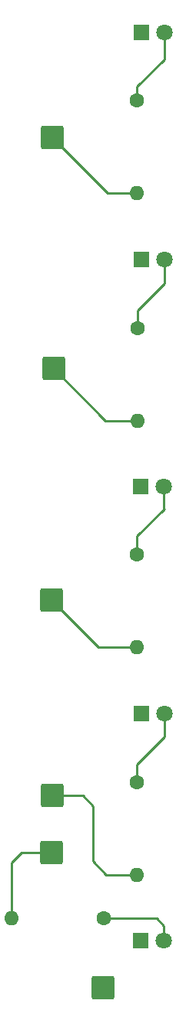
<source format=gtl>
%TF.GenerationSoftware,KiCad,Pcbnew,7.0.5*%
%TF.CreationDate,2023-07-09T21:35:33-04:00*%
%TF.ProjectId,Guitar_Hero_PCB_LEDs,47756974-6172-45f4-9865-726f5f504342,v01*%
%TF.SameCoordinates,Original*%
%TF.FileFunction,Copper,L1,Top*%
%TF.FilePolarity,Positive*%
%FSLAX46Y46*%
G04 Gerber Fmt 4.6, Leading zero omitted, Abs format (unit mm)*
G04 Created by KiCad (PCBNEW 7.0.5) date 2023-07-09 21:35:33*
%MOMM*%
%LPD*%
G01*
G04 APERTURE LIST*
G04 Aperture macros list*
%AMRoundRect*
0 Rectangle with rounded corners*
0 $1 Rounding radius*
0 $2 $3 $4 $5 $6 $7 $8 $9 X,Y pos of 4 corners*
0 Add a 4 corners polygon primitive as box body*
4,1,4,$2,$3,$4,$5,$6,$7,$8,$9,$2,$3,0*
0 Add four circle primitives for the rounded corners*
1,1,$1+$1,$2,$3*
1,1,$1+$1,$4,$5*
1,1,$1+$1,$6,$7*
1,1,$1+$1,$8,$9*
0 Add four rect primitives between the rounded corners*
20,1,$1+$1,$2,$3,$4,$5,0*
20,1,$1+$1,$4,$5,$6,$7,0*
20,1,$1+$1,$6,$7,$8,$9,0*
20,1,$1+$1,$8,$9,$2,$3,0*%
G04 Aperture macros list end*
%TA.AperFunction,ComponentPad*%
%ADD10RoundRect,0.249999X-1.025001X-1.025001X1.025001X-1.025001X1.025001X1.025001X-1.025001X1.025001X0*%
%TD*%
%TA.AperFunction,ComponentPad*%
%ADD11C,1.600000*%
%TD*%
%TA.AperFunction,ComponentPad*%
%ADD12O,1.600000X1.600000*%
%TD*%
%TA.AperFunction,ComponentPad*%
%ADD13R,1.800000X1.800000*%
%TD*%
%TA.AperFunction,ComponentPad*%
%ADD14C,1.800000*%
%TD*%
%TA.AperFunction,Conductor*%
%ADD15C,0.254000*%
%TD*%
G04 APERTURE END LIST*
D10*
%TO.P,J6,1,Pin_1*%
%TO.N,Net-(D1-K)*%
X141224000Y-174879000D03*
%TD*%
D11*
%TO.P,R4,1*%
%TO.N,Net-(D4-A)*%
X144957800Y-152298400D03*
D12*
%TO.P,R4,2*%
%TO.N,Net-(J2-Pin_1)*%
X144957800Y-162458400D03*
%TD*%
D11*
%TO.P,R1,1*%
%TO.N,Net-(D1-A)*%
X144957800Y-77597000D03*
D12*
%TO.P,R1,2*%
%TO.N,Net-(J5-Pin_1)*%
X144957800Y-87757000D03*
%TD*%
D13*
%TO.P,D1,1,K*%
%TO.N,Net-(D1-K)*%
X145415000Y-70104000D03*
D14*
%TO.P,D1,2,A*%
%TO.N,Net-(D1-A)*%
X147955000Y-70104000D03*
%TD*%
D10*
%TO.P,J2,1,Pin_1*%
%TO.N,Net-(J2-Pin_1)*%
X135636000Y-153797000D03*
%TD*%
D13*
%TO.P,D3,1,K*%
%TO.N,Net-(D1-K)*%
X145410000Y-119888000D03*
D14*
%TO.P,D3,2,A*%
%TO.N,Net-(D3-A)*%
X147950000Y-119888000D03*
%TD*%
D11*
%TO.P,R5,1*%
%TO.N,Net-(D5-A)*%
X141300200Y-167259000D03*
D12*
%TO.P,R5,2*%
%TO.N,Net-(J1-Pin_1)*%
X131140200Y-167259000D03*
%TD*%
D13*
%TO.P,D4,1,K*%
%TO.N,Net-(D1-K)*%
X145415000Y-144780000D03*
D14*
%TO.P,D4,2,A*%
%TO.N,Net-(D4-A)*%
X147955000Y-144780000D03*
%TD*%
D10*
%TO.P,J3,1,Pin_1*%
%TO.N,Net-(J3-Pin_1)*%
X135509000Y-132334000D03*
%TD*%
D11*
%TO.P,R3,1*%
%TO.N,Net-(D3-A)*%
X144983200Y-127381000D03*
D12*
%TO.P,R3,2*%
%TO.N,Net-(J3-Pin_1)*%
X144983200Y-137541000D03*
%TD*%
D10*
%TO.P,J1,1,Pin_1*%
%TO.N,Net-(J1-Pin_1)*%
X135509000Y-160020000D03*
%TD*%
%TO.P,J4,1,Pin_1*%
%TO.N,Net-(J4-Pin_1)*%
X135763000Y-106934000D03*
%TD*%
%TO.P,J5,1,Pin_1*%
%TO.N,Net-(J5-Pin_1)*%
X135636000Y-81661000D03*
%TD*%
D13*
%TO.P,D2,1,K*%
%TO.N,Net-(D1-K)*%
X145415000Y-94996000D03*
D14*
%TO.P,D2,2,A*%
%TO.N,Net-(D2-A)*%
X147955000Y-94996000D03*
%TD*%
D11*
%TO.P,R2,1*%
%TO.N,Net-(D2-A)*%
X145008600Y-102514400D03*
D12*
%TO.P,R2,2*%
%TO.N,Net-(J4-Pin_1)*%
X145008600Y-112674400D03*
%TD*%
D13*
%TO.P,D5,1,K*%
%TO.N,Net-(D1-K)*%
X145410000Y-169672000D03*
D14*
%TO.P,D5,2,A*%
%TO.N,Net-(D5-A)*%
X147950000Y-169672000D03*
%TD*%
D15*
%TO.N,Net-(D1-A)*%
X144957800Y-76073000D02*
X147955000Y-73075800D01*
X147955000Y-73075800D02*
X147955000Y-70104000D01*
X144957800Y-77597000D02*
X144957800Y-76073000D01*
%TO.N,Net-(D2-A)*%
X145008600Y-100584000D02*
X147955000Y-97637600D01*
X147955000Y-97637600D02*
X147955000Y-94996000D01*
X145008600Y-102514400D02*
X145008600Y-100584000D01*
%TO.N,Net-(D3-A)*%
X147950000Y-122321400D02*
X147950000Y-119888000D01*
X144983200Y-125349000D02*
X147980400Y-122351800D01*
X147980400Y-122351800D02*
X147950000Y-122321400D01*
X144983200Y-127381000D02*
X144983200Y-125349000D01*
%TO.N,Net-(D4-A)*%
X147955000Y-147345400D02*
X147955000Y-144780000D01*
X144957800Y-152298400D02*
X144957800Y-150342600D01*
X144957800Y-150342600D02*
X147955000Y-147345400D01*
%TO.N,Net-(D5-A)*%
X147950000Y-168092200D02*
X147950000Y-169672000D01*
X141300200Y-167259000D02*
X147116800Y-167259000D01*
X147116800Y-167259000D02*
X147950000Y-168092200D01*
%TO.N,Net-(J1-Pin_1)*%
X131140200Y-161163000D02*
X132257800Y-160045400D01*
X135483600Y-160045400D02*
X135509000Y-160020000D01*
X131140200Y-167259000D02*
X131140200Y-161163000D01*
X132257800Y-160045400D02*
X135483600Y-160045400D01*
%TO.N,Net-(J2-Pin_1)*%
X141579600Y-162458400D02*
X144957800Y-162458400D01*
X135636000Y-153797000D02*
X138988800Y-153797000D01*
X140106400Y-160985200D02*
X141579600Y-162458400D01*
X140106400Y-154914600D02*
X140106400Y-160985200D01*
X138988800Y-153797000D02*
X140106400Y-154914600D01*
%TO.N,Net-(J3-Pin_1)*%
X144983200Y-137541000D02*
X140716000Y-137541000D01*
X140716000Y-137541000D02*
X135509000Y-132334000D01*
%TO.N,Net-(J4-Pin_1)*%
X135763000Y-106934000D02*
X141503400Y-112674400D01*
X141503400Y-112674400D02*
X145008600Y-112674400D01*
%TO.N,Net-(J5-Pin_1)*%
X141732000Y-87757000D02*
X144957800Y-87757000D01*
X135636000Y-81661000D02*
X141732000Y-87757000D01*
%TD*%
M02*

</source>
